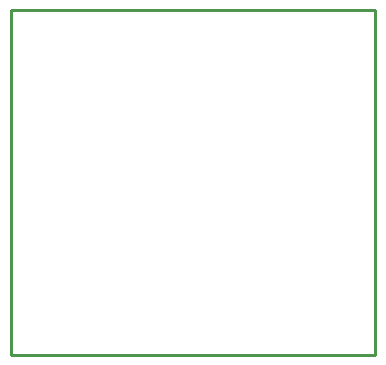
<source format=gko>
G04*
G04 #@! TF.GenerationSoftware,Altium Limited,Altium Designer,20.0.2 (26)*
G04*
G04 Layer_Color=16711935*
%FSLAX25Y25*%
%MOIN*%
G70*
G01*
G75*
%ADD27C,0.01000*%
D27*
X281000Y321500D02*
X402500D01*
Y206500D02*
Y321500D01*
X281000Y206500D02*
X402500D01*
X281000D02*
Y321500D01*
M02*

</source>
